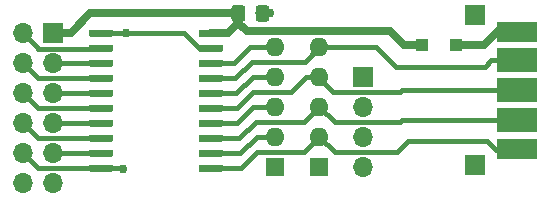
<source format=gtl>
G04 #@! TF.GenerationSoftware,KiCad,Pcbnew,(5.1.4)-1*
G04 #@! TF.CreationDate,2020-04-10T17:05:04+01:00*
G04 #@! TF.ProjectId,buffer,62756666-6572-42e6-9b69-6361645f7063,rev?*
G04 #@! TF.SameCoordinates,Original*
G04 #@! TF.FileFunction,Copper,L1,Top*
G04 #@! TF.FilePolarity,Positive*
%FSLAX46Y46*%
G04 Gerber Fmt 4.6, Leading zero omitted, Abs format (unit mm)*
G04 Created by KiCad (PCBNEW (5.1.4)-1) date 2020-04-10 17:05:04*
%MOMM*%
%LPD*%
G04 APERTURE LIST*
%ADD10R,3.500000X1.750000*%
%ADD11R,3.500000X2.000000*%
%ADD12R,1.600000X1.600000*%
%ADD13O,1.600000X1.600000*%
%ADD14O,1.700000X1.700000*%
%ADD15R,1.700000X1.700000*%
%ADD16C,0.100000*%
%ADD17C,0.600000*%
%ADD18C,1.150000*%
%ADD19R,1.100000X1.100000*%
%ADD20C,0.762000*%
%ADD21C,0.381000*%
%ADD22C,0.635000*%
G04 APERTURE END LIST*
D10*
X79601880Y-34244820D03*
D11*
X79601880Y-36659820D03*
X79601880Y-39199820D03*
X79601880Y-41739820D03*
D10*
X79601880Y-44154820D03*
D12*
X59102000Y-45700960D03*
D13*
X59102000Y-43160960D03*
X59102000Y-40620960D03*
X59102000Y-38080960D03*
X59102000Y-35540960D03*
D14*
X66617400Y-45730160D03*
X66617400Y-43190160D03*
X66617400Y-40650160D03*
D15*
X66617400Y-38110160D03*
X76033180Y-45504100D03*
X40353800Y-34376360D03*
D14*
X37813800Y-34376360D03*
X40353800Y-36916360D03*
X37813800Y-36916360D03*
X40353800Y-39456360D03*
X37813800Y-39456360D03*
X40353800Y-41996360D03*
X37813800Y-41996360D03*
X40353800Y-44536360D03*
X37813800Y-44536360D03*
X40353800Y-47076360D03*
X37813800Y-47076360D03*
D15*
X76040800Y-32801560D03*
D16*
G36*
X45291703Y-34086682D02*
G01*
X45306264Y-34088842D01*
X45320543Y-34092419D01*
X45334403Y-34097378D01*
X45347710Y-34103672D01*
X45360336Y-34111240D01*
X45372159Y-34120008D01*
X45383066Y-34129894D01*
X45392952Y-34140801D01*
X45401720Y-34152624D01*
X45409288Y-34165250D01*
X45415582Y-34178557D01*
X45420541Y-34192417D01*
X45424118Y-34206696D01*
X45426278Y-34221257D01*
X45427000Y-34235960D01*
X45427000Y-34535960D01*
X45426278Y-34550663D01*
X45424118Y-34565224D01*
X45420541Y-34579503D01*
X45415582Y-34593363D01*
X45409288Y-34606670D01*
X45401720Y-34619296D01*
X45392952Y-34631119D01*
X45383066Y-34642026D01*
X45372159Y-34651912D01*
X45360336Y-34660680D01*
X45347710Y-34668248D01*
X45334403Y-34674542D01*
X45320543Y-34679501D01*
X45306264Y-34683078D01*
X45291703Y-34685238D01*
X45277000Y-34685960D01*
X43527000Y-34685960D01*
X43512297Y-34685238D01*
X43497736Y-34683078D01*
X43483457Y-34679501D01*
X43469597Y-34674542D01*
X43456290Y-34668248D01*
X43443664Y-34660680D01*
X43431841Y-34651912D01*
X43420934Y-34642026D01*
X43411048Y-34631119D01*
X43402280Y-34619296D01*
X43394712Y-34606670D01*
X43388418Y-34593363D01*
X43383459Y-34579503D01*
X43379882Y-34565224D01*
X43377722Y-34550663D01*
X43377000Y-34535960D01*
X43377000Y-34235960D01*
X43377722Y-34221257D01*
X43379882Y-34206696D01*
X43383459Y-34192417D01*
X43388418Y-34178557D01*
X43394712Y-34165250D01*
X43402280Y-34152624D01*
X43411048Y-34140801D01*
X43420934Y-34129894D01*
X43431841Y-34120008D01*
X43443664Y-34111240D01*
X43456290Y-34103672D01*
X43469597Y-34097378D01*
X43483457Y-34092419D01*
X43497736Y-34088842D01*
X43512297Y-34086682D01*
X43527000Y-34085960D01*
X45277000Y-34085960D01*
X45291703Y-34086682D01*
X45291703Y-34086682D01*
G37*
D17*
X44402000Y-34385960D03*
D16*
G36*
X45291703Y-35356682D02*
G01*
X45306264Y-35358842D01*
X45320543Y-35362419D01*
X45334403Y-35367378D01*
X45347710Y-35373672D01*
X45360336Y-35381240D01*
X45372159Y-35390008D01*
X45383066Y-35399894D01*
X45392952Y-35410801D01*
X45401720Y-35422624D01*
X45409288Y-35435250D01*
X45415582Y-35448557D01*
X45420541Y-35462417D01*
X45424118Y-35476696D01*
X45426278Y-35491257D01*
X45427000Y-35505960D01*
X45427000Y-35805960D01*
X45426278Y-35820663D01*
X45424118Y-35835224D01*
X45420541Y-35849503D01*
X45415582Y-35863363D01*
X45409288Y-35876670D01*
X45401720Y-35889296D01*
X45392952Y-35901119D01*
X45383066Y-35912026D01*
X45372159Y-35921912D01*
X45360336Y-35930680D01*
X45347710Y-35938248D01*
X45334403Y-35944542D01*
X45320543Y-35949501D01*
X45306264Y-35953078D01*
X45291703Y-35955238D01*
X45277000Y-35955960D01*
X43527000Y-35955960D01*
X43512297Y-35955238D01*
X43497736Y-35953078D01*
X43483457Y-35949501D01*
X43469597Y-35944542D01*
X43456290Y-35938248D01*
X43443664Y-35930680D01*
X43431841Y-35921912D01*
X43420934Y-35912026D01*
X43411048Y-35901119D01*
X43402280Y-35889296D01*
X43394712Y-35876670D01*
X43388418Y-35863363D01*
X43383459Y-35849503D01*
X43379882Y-35835224D01*
X43377722Y-35820663D01*
X43377000Y-35805960D01*
X43377000Y-35505960D01*
X43377722Y-35491257D01*
X43379882Y-35476696D01*
X43383459Y-35462417D01*
X43388418Y-35448557D01*
X43394712Y-35435250D01*
X43402280Y-35422624D01*
X43411048Y-35410801D01*
X43420934Y-35399894D01*
X43431841Y-35390008D01*
X43443664Y-35381240D01*
X43456290Y-35373672D01*
X43469597Y-35367378D01*
X43483457Y-35362419D01*
X43497736Y-35358842D01*
X43512297Y-35356682D01*
X43527000Y-35355960D01*
X45277000Y-35355960D01*
X45291703Y-35356682D01*
X45291703Y-35356682D01*
G37*
D17*
X44402000Y-35655960D03*
D16*
G36*
X45291703Y-36626682D02*
G01*
X45306264Y-36628842D01*
X45320543Y-36632419D01*
X45334403Y-36637378D01*
X45347710Y-36643672D01*
X45360336Y-36651240D01*
X45372159Y-36660008D01*
X45383066Y-36669894D01*
X45392952Y-36680801D01*
X45401720Y-36692624D01*
X45409288Y-36705250D01*
X45415582Y-36718557D01*
X45420541Y-36732417D01*
X45424118Y-36746696D01*
X45426278Y-36761257D01*
X45427000Y-36775960D01*
X45427000Y-37075960D01*
X45426278Y-37090663D01*
X45424118Y-37105224D01*
X45420541Y-37119503D01*
X45415582Y-37133363D01*
X45409288Y-37146670D01*
X45401720Y-37159296D01*
X45392952Y-37171119D01*
X45383066Y-37182026D01*
X45372159Y-37191912D01*
X45360336Y-37200680D01*
X45347710Y-37208248D01*
X45334403Y-37214542D01*
X45320543Y-37219501D01*
X45306264Y-37223078D01*
X45291703Y-37225238D01*
X45277000Y-37225960D01*
X43527000Y-37225960D01*
X43512297Y-37225238D01*
X43497736Y-37223078D01*
X43483457Y-37219501D01*
X43469597Y-37214542D01*
X43456290Y-37208248D01*
X43443664Y-37200680D01*
X43431841Y-37191912D01*
X43420934Y-37182026D01*
X43411048Y-37171119D01*
X43402280Y-37159296D01*
X43394712Y-37146670D01*
X43388418Y-37133363D01*
X43383459Y-37119503D01*
X43379882Y-37105224D01*
X43377722Y-37090663D01*
X43377000Y-37075960D01*
X43377000Y-36775960D01*
X43377722Y-36761257D01*
X43379882Y-36746696D01*
X43383459Y-36732417D01*
X43388418Y-36718557D01*
X43394712Y-36705250D01*
X43402280Y-36692624D01*
X43411048Y-36680801D01*
X43420934Y-36669894D01*
X43431841Y-36660008D01*
X43443664Y-36651240D01*
X43456290Y-36643672D01*
X43469597Y-36637378D01*
X43483457Y-36632419D01*
X43497736Y-36628842D01*
X43512297Y-36626682D01*
X43527000Y-36625960D01*
X45277000Y-36625960D01*
X45291703Y-36626682D01*
X45291703Y-36626682D01*
G37*
D17*
X44402000Y-36925960D03*
D16*
G36*
X45291703Y-37896682D02*
G01*
X45306264Y-37898842D01*
X45320543Y-37902419D01*
X45334403Y-37907378D01*
X45347710Y-37913672D01*
X45360336Y-37921240D01*
X45372159Y-37930008D01*
X45383066Y-37939894D01*
X45392952Y-37950801D01*
X45401720Y-37962624D01*
X45409288Y-37975250D01*
X45415582Y-37988557D01*
X45420541Y-38002417D01*
X45424118Y-38016696D01*
X45426278Y-38031257D01*
X45427000Y-38045960D01*
X45427000Y-38345960D01*
X45426278Y-38360663D01*
X45424118Y-38375224D01*
X45420541Y-38389503D01*
X45415582Y-38403363D01*
X45409288Y-38416670D01*
X45401720Y-38429296D01*
X45392952Y-38441119D01*
X45383066Y-38452026D01*
X45372159Y-38461912D01*
X45360336Y-38470680D01*
X45347710Y-38478248D01*
X45334403Y-38484542D01*
X45320543Y-38489501D01*
X45306264Y-38493078D01*
X45291703Y-38495238D01*
X45277000Y-38495960D01*
X43527000Y-38495960D01*
X43512297Y-38495238D01*
X43497736Y-38493078D01*
X43483457Y-38489501D01*
X43469597Y-38484542D01*
X43456290Y-38478248D01*
X43443664Y-38470680D01*
X43431841Y-38461912D01*
X43420934Y-38452026D01*
X43411048Y-38441119D01*
X43402280Y-38429296D01*
X43394712Y-38416670D01*
X43388418Y-38403363D01*
X43383459Y-38389503D01*
X43379882Y-38375224D01*
X43377722Y-38360663D01*
X43377000Y-38345960D01*
X43377000Y-38045960D01*
X43377722Y-38031257D01*
X43379882Y-38016696D01*
X43383459Y-38002417D01*
X43388418Y-37988557D01*
X43394712Y-37975250D01*
X43402280Y-37962624D01*
X43411048Y-37950801D01*
X43420934Y-37939894D01*
X43431841Y-37930008D01*
X43443664Y-37921240D01*
X43456290Y-37913672D01*
X43469597Y-37907378D01*
X43483457Y-37902419D01*
X43497736Y-37898842D01*
X43512297Y-37896682D01*
X43527000Y-37895960D01*
X45277000Y-37895960D01*
X45291703Y-37896682D01*
X45291703Y-37896682D01*
G37*
D17*
X44402000Y-38195960D03*
D16*
G36*
X45291703Y-39166682D02*
G01*
X45306264Y-39168842D01*
X45320543Y-39172419D01*
X45334403Y-39177378D01*
X45347710Y-39183672D01*
X45360336Y-39191240D01*
X45372159Y-39200008D01*
X45383066Y-39209894D01*
X45392952Y-39220801D01*
X45401720Y-39232624D01*
X45409288Y-39245250D01*
X45415582Y-39258557D01*
X45420541Y-39272417D01*
X45424118Y-39286696D01*
X45426278Y-39301257D01*
X45427000Y-39315960D01*
X45427000Y-39615960D01*
X45426278Y-39630663D01*
X45424118Y-39645224D01*
X45420541Y-39659503D01*
X45415582Y-39673363D01*
X45409288Y-39686670D01*
X45401720Y-39699296D01*
X45392952Y-39711119D01*
X45383066Y-39722026D01*
X45372159Y-39731912D01*
X45360336Y-39740680D01*
X45347710Y-39748248D01*
X45334403Y-39754542D01*
X45320543Y-39759501D01*
X45306264Y-39763078D01*
X45291703Y-39765238D01*
X45277000Y-39765960D01*
X43527000Y-39765960D01*
X43512297Y-39765238D01*
X43497736Y-39763078D01*
X43483457Y-39759501D01*
X43469597Y-39754542D01*
X43456290Y-39748248D01*
X43443664Y-39740680D01*
X43431841Y-39731912D01*
X43420934Y-39722026D01*
X43411048Y-39711119D01*
X43402280Y-39699296D01*
X43394712Y-39686670D01*
X43388418Y-39673363D01*
X43383459Y-39659503D01*
X43379882Y-39645224D01*
X43377722Y-39630663D01*
X43377000Y-39615960D01*
X43377000Y-39315960D01*
X43377722Y-39301257D01*
X43379882Y-39286696D01*
X43383459Y-39272417D01*
X43388418Y-39258557D01*
X43394712Y-39245250D01*
X43402280Y-39232624D01*
X43411048Y-39220801D01*
X43420934Y-39209894D01*
X43431841Y-39200008D01*
X43443664Y-39191240D01*
X43456290Y-39183672D01*
X43469597Y-39177378D01*
X43483457Y-39172419D01*
X43497736Y-39168842D01*
X43512297Y-39166682D01*
X43527000Y-39165960D01*
X45277000Y-39165960D01*
X45291703Y-39166682D01*
X45291703Y-39166682D01*
G37*
D17*
X44402000Y-39465960D03*
D16*
G36*
X45291703Y-40436682D02*
G01*
X45306264Y-40438842D01*
X45320543Y-40442419D01*
X45334403Y-40447378D01*
X45347710Y-40453672D01*
X45360336Y-40461240D01*
X45372159Y-40470008D01*
X45383066Y-40479894D01*
X45392952Y-40490801D01*
X45401720Y-40502624D01*
X45409288Y-40515250D01*
X45415582Y-40528557D01*
X45420541Y-40542417D01*
X45424118Y-40556696D01*
X45426278Y-40571257D01*
X45427000Y-40585960D01*
X45427000Y-40885960D01*
X45426278Y-40900663D01*
X45424118Y-40915224D01*
X45420541Y-40929503D01*
X45415582Y-40943363D01*
X45409288Y-40956670D01*
X45401720Y-40969296D01*
X45392952Y-40981119D01*
X45383066Y-40992026D01*
X45372159Y-41001912D01*
X45360336Y-41010680D01*
X45347710Y-41018248D01*
X45334403Y-41024542D01*
X45320543Y-41029501D01*
X45306264Y-41033078D01*
X45291703Y-41035238D01*
X45277000Y-41035960D01*
X43527000Y-41035960D01*
X43512297Y-41035238D01*
X43497736Y-41033078D01*
X43483457Y-41029501D01*
X43469597Y-41024542D01*
X43456290Y-41018248D01*
X43443664Y-41010680D01*
X43431841Y-41001912D01*
X43420934Y-40992026D01*
X43411048Y-40981119D01*
X43402280Y-40969296D01*
X43394712Y-40956670D01*
X43388418Y-40943363D01*
X43383459Y-40929503D01*
X43379882Y-40915224D01*
X43377722Y-40900663D01*
X43377000Y-40885960D01*
X43377000Y-40585960D01*
X43377722Y-40571257D01*
X43379882Y-40556696D01*
X43383459Y-40542417D01*
X43388418Y-40528557D01*
X43394712Y-40515250D01*
X43402280Y-40502624D01*
X43411048Y-40490801D01*
X43420934Y-40479894D01*
X43431841Y-40470008D01*
X43443664Y-40461240D01*
X43456290Y-40453672D01*
X43469597Y-40447378D01*
X43483457Y-40442419D01*
X43497736Y-40438842D01*
X43512297Y-40436682D01*
X43527000Y-40435960D01*
X45277000Y-40435960D01*
X45291703Y-40436682D01*
X45291703Y-40436682D01*
G37*
D17*
X44402000Y-40735960D03*
D16*
G36*
X45291703Y-41706682D02*
G01*
X45306264Y-41708842D01*
X45320543Y-41712419D01*
X45334403Y-41717378D01*
X45347710Y-41723672D01*
X45360336Y-41731240D01*
X45372159Y-41740008D01*
X45383066Y-41749894D01*
X45392952Y-41760801D01*
X45401720Y-41772624D01*
X45409288Y-41785250D01*
X45415582Y-41798557D01*
X45420541Y-41812417D01*
X45424118Y-41826696D01*
X45426278Y-41841257D01*
X45427000Y-41855960D01*
X45427000Y-42155960D01*
X45426278Y-42170663D01*
X45424118Y-42185224D01*
X45420541Y-42199503D01*
X45415582Y-42213363D01*
X45409288Y-42226670D01*
X45401720Y-42239296D01*
X45392952Y-42251119D01*
X45383066Y-42262026D01*
X45372159Y-42271912D01*
X45360336Y-42280680D01*
X45347710Y-42288248D01*
X45334403Y-42294542D01*
X45320543Y-42299501D01*
X45306264Y-42303078D01*
X45291703Y-42305238D01*
X45277000Y-42305960D01*
X43527000Y-42305960D01*
X43512297Y-42305238D01*
X43497736Y-42303078D01*
X43483457Y-42299501D01*
X43469597Y-42294542D01*
X43456290Y-42288248D01*
X43443664Y-42280680D01*
X43431841Y-42271912D01*
X43420934Y-42262026D01*
X43411048Y-42251119D01*
X43402280Y-42239296D01*
X43394712Y-42226670D01*
X43388418Y-42213363D01*
X43383459Y-42199503D01*
X43379882Y-42185224D01*
X43377722Y-42170663D01*
X43377000Y-42155960D01*
X43377000Y-41855960D01*
X43377722Y-41841257D01*
X43379882Y-41826696D01*
X43383459Y-41812417D01*
X43388418Y-41798557D01*
X43394712Y-41785250D01*
X43402280Y-41772624D01*
X43411048Y-41760801D01*
X43420934Y-41749894D01*
X43431841Y-41740008D01*
X43443664Y-41731240D01*
X43456290Y-41723672D01*
X43469597Y-41717378D01*
X43483457Y-41712419D01*
X43497736Y-41708842D01*
X43512297Y-41706682D01*
X43527000Y-41705960D01*
X45277000Y-41705960D01*
X45291703Y-41706682D01*
X45291703Y-41706682D01*
G37*
D17*
X44402000Y-42005960D03*
D16*
G36*
X45291703Y-42976682D02*
G01*
X45306264Y-42978842D01*
X45320543Y-42982419D01*
X45334403Y-42987378D01*
X45347710Y-42993672D01*
X45360336Y-43001240D01*
X45372159Y-43010008D01*
X45383066Y-43019894D01*
X45392952Y-43030801D01*
X45401720Y-43042624D01*
X45409288Y-43055250D01*
X45415582Y-43068557D01*
X45420541Y-43082417D01*
X45424118Y-43096696D01*
X45426278Y-43111257D01*
X45427000Y-43125960D01*
X45427000Y-43425960D01*
X45426278Y-43440663D01*
X45424118Y-43455224D01*
X45420541Y-43469503D01*
X45415582Y-43483363D01*
X45409288Y-43496670D01*
X45401720Y-43509296D01*
X45392952Y-43521119D01*
X45383066Y-43532026D01*
X45372159Y-43541912D01*
X45360336Y-43550680D01*
X45347710Y-43558248D01*
X45334403Y-43564542D01*
X45320543Y-43569501D01*
X45306264Y-43573078D01*
X45291703Y-43575238D01*
X45277000Y-43575960D01*
X43527000Y-43575960D01*
X43512297Y-43575238D01*
X43497736Y-43573078D01*
X43483457Y-43569501D01*
X43469597Y-43564542D01*
X43456290Y-43558248D01*
X43443664Y-43550680D01*
X43431841Y-43541912D01*
X43420934Y-43532026D01*
X43411048Y-43521119D01*
X43402280Y-43509296D01*
X43394712Y-43496670D01*
X43388418Y-43483363D01*
X43383459Y-43469503D01*
X43379882Y-43455224D01*
X43377722Y-43440663D01*
X43377000Y-43425960D01*
X43377000Y-43125960D01*
X43377722Y-43111257D01*
X43379882Y-43096696D01*
X43383459Y-43082417D01*
X43388418Y-43068557D01*
X43394712Y-43055250D01*
X43402280Y-43042624D01*
X43411048Y-43030801D01*
X43420934Y-43019894D01*
X43431841Y-43010008D01*
X43443664Y-43001240D01*
X43456290Y-42993672D01*
X43469597Y-42987378D01*
X43483457Y-42982419D01*
X43497736Y-42978842D01*
X43512297Y-42976682D01*
X43527000Y-42975960D01*
X45277000Y-42975960D01*
X45291703Y-42976682D01*
X45291703Y-42976682D01*
G37*
D17*
X44402000Y-43275960D03*
D16*
G36*
X45291703Y-44246682D02*
G01*
X45306264Y-44248842D01*
X45320543Y-44252419D01*
X45334403Y-44257378D01*
X45347710Y-44263672D01*
X45360336Y-44271240D01*
X45372159Y-44280008D01*
X45383066Y-44289894D01*
X45392952Y-44300801D01*
X45401720Y-44312624D01*
X45409288Y-44325250D01*
X45415582Y-44338557D01*
X45420541Y-44352417D01*
X45424118Y-44366696D01*
X45426278Y-44381257D01*
X45427000Y-44395960D01*
X45427000Y-44695960D01*
X45426278Y-44710663D01*
X45424118Y-44725224D01*
X45420541Y-44739503D01*
X45415582Y-44753363D01*
X45409288Y-44766670D01*
X45401720Y-44779296D01*
X45392952Y-44791119D01*
X45383066Y-44802026D01*
X45372159Y-44811912D01*
X45360336Y-44820680D01*
X45347710Y-44828248D01*
X45334403Y-44834542D01*
X45320543Y-44839501D01*
X45306264Y-44843078D01*
X45291703Y-44845238D01*
X45277000Y-44845960D01*
X43527000Y-44845960D01*
X43512297Y-44845238D01*
X43497736Y-44843078D01*
X43483457Y-44839501D01*
X43469597Y-44834542D01*
X43456290Y-44828248D01*
X43443664Y-44820680D01*
X43431841Y-44811912D01*
X43420934Y-44802026D01*
X43411048Y-44791119D01*
X43402280Y-44779296D01*
X43394712Y-44766670D01*
X43388418Y-44753363D01*
X43383459Y-44739503D01*
X43379882Y-44725224D01*
X43377722Y-44710663D01*
X43377000Y-44695960D01*
X43377000Y-44395960D01*
X43377722Y-44381257D01*
X43379882Y-44366696D01*
X43383459Y-44352417D01*
X43388418Y-44338557D01*
X43394712Y-44325250D01*
X43402280Y-44312624D01*
X43411048Y-44300801D01*
X43420934Y-44289894D01*
X43431841Y-44280008D01*
X43443664Y-44271240D01*
X43456290Y-44263672D01*
X43469597Y-44257378D01*
X43483457Y-44252419D01*
X43497736Y-44248842D01*
X43512297Y-44246682D01*
X43527000Y-44245960D01*
X45277000Y-44245960D01*
X45291703Y-44246682D01*
X45291703Y-44246682D01*
G37*
D17*
X44402000Y-44545960D03*
D16*
G36*
X45291703Y-45516682D02*
G01*
X45306264Y-45518842D01*
X45320543Y-45522419D01*
X45334403Y-45527378D01*
X45347710Y-45533672D01*
X45360336Y-45541240D01*
X45372159Y-45550008D01*
X45383066Y-45559894D01*
X45392952Y-45570801D01*
X45401720Y-45582624D01*
X45409288Y-45595250D01*
X45415582Y-45608557D01*
X45420541Y-45622417D01*
X45424118Y-45636696D01*
X45426278Y-45651257D01*
X45427000Y-45665960D01*
X45427000Y-45965960D01*
X45426278Y-45980663D01*
X45424118Y-45995224D01*
X45420541Y-46009503D01*
X45415582Y-46023363D01*
X45409288Y-46036670D01*
X45401720Y-46049296D01*
X45392952Y-46061119D01*
X45383066Y-46072026D01*
X45372159Y-46081912D01*
X45360336Y-46090680D01*
X45347710Y-46098248D01*
X45334403Y-46104542D01*
X45320543Y-46109501D01*
X45306264Y-46113078D01*
X45291703Y-46115238D01*
X45277000Y-46115960D01*
X43527000Y-46115960D01*
X43512297Y-46115238D01*
X43497736Y-46113078D01*
X43483457Y-46109501D01*
X43469597Y-46104542D01*
X43456290Y-46098248D01*
X43443664Y-46090680D01*
X43431841Y-46081912D01*
X43420934Y-46072026D01*
X43411048Y-46061119D01*
X43402280Y-46049296D01*
X43394712Y-46036670D01*
X43388418Y-46023363D01*
X43383459Y-46009503D01*
X43379882Y-45995224D01*
X43377722Y-45980663D01*
X43377000Y-45965960D01*
X43377000Y-45665960D01*
X43377722Y-45651257D01*
X43379882Y-45636696D01*
X43383459Y-45622417D01*
X43388418Y-45608557D01*
X43394712Y-45595250D01*
X43402280Y-45582624D01*
X43411048Y-45570801D01*
X43420934Y-45559894D01*
X43431841Y-45550008D01*
X43443664Y-45541240D01*
X43456290Y-45533672D01*
X43469597Y-45527378D01*
X43483457Y-45522419D01*
X43497736Y-45518842D01*
X43512297Y-45516682D01*
X43527000Y-45515960D01*
X45277000Y-45515960D01*
X45291703Y-45516682D01*
X45291703Y-45516682D01*
G37*
D17*
X44402000Y-45815960D03*
D16*
G36*
X54591703Y-45516682D02*
G01*
X54606264Y-45518842D01*
X54620543Y-45522419D01*
X54634403Y-45527378D01*
X54647710Y-45533672D01*
X54660336Y-45541240D01*
X54672159Y-45550008D01*
X54683066Y-45559894D01*
X54692952Y-45570801D01*
X54701720Y-45582624D01*
X54709288Y-45595250D01*
X54715582Y-45608557D01*
X54720541Y-45622417D01*
X54724118Y-45636696D01*
X54726278Y-45651257D01*
X54727000Y-45665960D01*
X54727000Y-45965960D01*
X54726278Y-45980663D01*
X54724118Y-45995224D01*
X54720541Y-46009503D01*
X54715582Y-46023363D01*
X54709288Y-46036670D01*
X54701720Y-46049296D01*
X54692952Y-46061119D01*
X54683066Y-46072026D01*
X54672159Y-46081912D01*
X54660336Y-46090680D01*
X54647710Y-46098248D01*
X54634403Y-46104542D01*
X54620543Y-46109501D01*
X54606264Y-46113078D01*
X54591703Y-46115238D01*
X54577000Y-46115960D01*
X52827000Y-46115960D01*
X52812297Y-46115238D01*
X52797736Y-46113078D01*
X52783457Y-46109501D01*
X52769597Y-46104542D01*
X52756290Y-46098248D01*
X52743664Y-46090680D01*
X52731841Y-46081912D01*
X52720934Y-46072026D01*
X52711048Y-46061119D01*
X52702280Y-46049296D01*
X52694712Y-46036670D01*
X52688418Y-46023363D01*
X52683459Y-46009503D01*
X52679882Y-45995224D01*
X52677722Y-45980663D01*
X52677000Y-45965960D01*
X52677000Y-45665960D01*
X52677722Y-45651257D01*
X52679882Y-45636696D01*
X52683459Y-45622417D01*
X52688418Y-45608557D01*
X52694712Y-45595250D01*
X52702280Y-45582624D01*
X52711048Y-45570801D01*
X52720934Y-45559894D01*
X52731841Y-45550008D01*
X52743664Y-45541240D01*
X52756290Y-45533672D01*
X52769597Y-45527378D01*
X52783457Y-45522419D01*
X52797736Y-45518842D01*
X52812297Y-45516682D01*
X52827000Y-45515960D01*
X54577000Y-45515960D01*
X54591703Y-45516682D01*
X54591703Y-45516682D01*
G37*
D17*
X53702000Y-45815960D03*
D16*
G36*
X54591703Y-44246682D02*
G01*
X54606264Y-44248842D01*
X54620543Y-44252419D01*
X54634403Y-44257378D01*
X54647710Y-44263672D01*
X54660336Y-44271240D01*
X54672159Y-44280008D01*
X54683066Y-44289894D01*
X54692952Y-44300801D01*
X54701720Y-44312624D01*
X54709288Y-44325250D01*
X54715582Y-44338557D01*
X54720541Y-44352417D01*
X54724118Y-44366696D01*
X54726278Y-44381257D01*
X54727000Y-44395960D01*
X54727000Y-44695960D01*
X54726278Y-44710663D01*
X54724118Y-44725224D01*
X54720541Y-44739503D01*
X54715582Y-44753363D01*
X54709288Y-44766670D01*
X54701720Y-44779296D01*
X54692952Y-44791119D01*
X54683066Y-44802026D01*
X54672159Y-44811912D01*
X54660336Y-44820680D01*
X54647710Y-44828248D01*
X54634403Y-44834542D01*
X54620543Y-44839501D01*
X54606264Y-44843078D01*
X54591703Y-44845238D01*
X54577000Y-44845960D01*
X52827000Y-44845960D01*
X52812297Y-44845238D01*
X52797736Y-44843078D01*
X52783457Y-44839501D01*
X52769597Y-44834542D01*
X52756290Y-44828248D01*
X52743664Y-44820680D01*
X52731841Y-44811912D01*
X52720934Y-44802026D01*
X52711048Y-44791119D01*
X52702280Y-44779296D01*
X52694712Y-44766670D01*
X52688418Y-44753363D01*
X52683459Y-44739503D01*
X52679882Y-44725224D01*
X52677722Y-44710663D01*
X52677000Y-44695960D01*
X52677000Y-44395960D01*
X52677722Y-44381257D01*
X52679882Y-44366696D01*
X52683459Y-44352417D01*
X52688418Y-44338557D01*
X52694712Y-44325250D01*
X52702280Y-44312624D01*
X52711048Y-44300801D01*
X52720934Y-44289894D01*
X52731841Y-44280008D01*
X52743664Y-44271240D01*
X52756290Y-44263672D01*
X52769597Y-44257378D01*
X52783457Y-44252419D01*
X52797736Y-44248842D01*
X52812297Y-44246682D01*
X52827000Y-44245960D01*
X54577000Y-44245960D01*
X54591703Y-44246682D01*
X54591703Y-44246682D01*
G37*
D17*
X53702000Y-44545960D03*
D16*
G36*
X54591703Y-42976682D02*
G01*
X54606264Y-42978842D01*
X54620543Y-42982419D01*
X54634403Y-42987378D01*
X54647710Y-42993672D01*
X54660336Y-43001240D01*
X54672159Y-43010008D01*
X54683066Y-43019894D01*
X54692952Y-43030801D01*
X54701720Y-43042624D01*
X54709288Y-43055250D01*
X54715582Y-43068557D01*
X54720541Y-43082417D01*
X54724118Y-43096696D01*
X54726278Y-43111257D01*
X54727000Y-43125960D01*
X54727000Y-43425960D01*
X54726278Y-43440663D01*
X54724118Y-43455224D01*
X54720541Y-43469503D01*
X54715582Y-43483363D01*
X54709288Y-43496670D01*
X54701720Y-43509296D01*
X54692952Y-43521119D01*
X54683066Y-43532026D01*
X54672159Y-43541912D01*
X54660336Y-43550680D01*
X54647710Y-43558248D01*
X54634403Y-43564542D01*
X54620543Y-43569501D01*
X54606264Y-43573078D01*
X54591703Y-43575238D01*
X54577000Y-43575960D01*
X52827000Y-43575960D01*
X52812297Y-43575238D01*
X52797736Y-43573078D01*
X52783457Y-43569501D01*
X52769597Y-43564542D01*
X52756290Y-43558248D01*
X52743664Y-43550680D01*
X52731841Y-43541912D01*
X52720934Y-43532026D01*
X52711048Y-43521119D01*
X52702280Y-43509296D01*
X52694712Y-43496670D01*
X52688418Y-43483363D01*
X52683459Y-43469503D01*
X52679882Y-43455224D01*
X52677722Y-43440663D01*
X52677000Y-43425960D01*
X52677000Y-43125960D01*
X52677722Y-43111257D01*
X52679882Y-43096696D01*
X52683459Y-43082417D01*
X52688418Y-43068557D01*
X52694712Y-43055250D01*
X52702280Y-43042624D01*
X52711048Y-43030801D01*
X52720934Y-43019894D01*
X52731841Y-43010008D01*
X52743664Y-43001240D01*
X52756290Y-42993672D01*
X52769597Y-42987378D01*
X52783457Y-42982419D01*
X52797736Y-42978842D01*
X52812297Y-42976682D01*
X52827000Y-42975960D01*
X54577000Y-42975960D01*
X54591703Y-42976682D01*
X54591703Y-42976682D01*
G37*
D17*
X53702000Y-43275960D03*
D16*
G36*
X54591703Y-41706682D02*
G01*
X54606264Y-41708842D01*
X54620543Y-41712419D01*
X54634403Y-41717378D01*
X54647710Y-41723672D01*
X54660336Y-41731240D01*
X54672159Y-41740008D01*
X54683066Y-41749894D01*
X54692952Y-41760801D01*
X54701720Y-41772624D01*
X54709288Y-41785250D01*
X54715582Y-41798557D01*
X54720541Y-41812417D01*
X54724118Y-41826696D01*
X54726278Y-41841257D01*
X54727000Y-41855960D01*
X54727000Y-42155960D01*
X54726278Y-42170663D01*
X54724118Y-42185224D01*
X54720541Y-42199503D01*
X54715582Y-42213363D01*
X54709288Y-42226670D01*
X54701720Y-42239296D01*
X54692952Y-42251119D01*
X54683066Y-42262026D01*
X54672159Y-42271912D01*
X54660336Y-42280680D01*
X54647710Y-42288248D01*
X54634403Y-42294542D01*
X54620543Y-42299501D01*
X54606264Y-42303078D01*
X54591703Y-42305238D01*
X54577000Y-42305960D01*
X52827000Y-42305960D01*
X52812297Y-42305238D01*
X52797736Y-42303078D01*
X52783457Y-42299501D01*
X52769597Y-42294542D01*
X52756290Y-42288248D01*
X52743664Y-42280680D01*
X52731841Y-42271912D01*
X52720934Y-42262026D01*
X52711048Y-42251119D01*
X52702280Y-42239296D01*
X52694712Y-42226670D01*
X52688418Y-42213363D01*
X52683459Y-42199503D01*
X52679882Y-42185224D01*
X52677722Y-42170663D01*
X52677000Y-42155960D01*
X52677000Y-41855960D01*
X52677722Y-41841257D01*
X52679882Y-41826696D01*
X52683459Y-41812417D01*
X52688418Y-41798557D01*
X52694712Y-41785250D01*
X52702280Y-41772624D01*
X52711048Y-41760801D01*
X52720934Y-41749894D01*
X52731841Y-41740008D01*
X52743664Y-41731240D01*
X52756290Y-41723672D01*
X52769597Y-41717378D01*
X52783457Y-41712419D01*
X52797736Y-41708842D01*
X52812297Y-41706682D01*
X52827000Y-41705960D01*
X54577000Y-41705960D01*
X54591703Y-41706682D01*
X54591703Y-41706682D01*
G37*
D17*
X53702000Y-42005960D03*
D16*
G36*
X54591703Y-40436682D02*
G01*
X54606264Y-40438842D01*
X54620543Y-40442419D01*
X54634403Y-40447378D01*
X54647710Y-40453672D01*
X54660336Y-40461240D01*
X54672159Y-40470008D01*
X54683066Y-40479894D01*
X54692952Y-40490801D01*
X54701720Y-40502624D01*
X54709288Y-40515250D01*
X54715582Y-40528557D01*
X54720541Y-40542417D01*
X54724118Y-40556696D01*
X54726278Y-40571257D01*
X54727000Y-40585960D01*
X54727000Y-40885960D01*
X54726278Y-40900663D01*
X54724118Y-40915224D01*
X54720541Y-40929503D01*
X54715582Y-40943363D01*
X54709288Y-40956670D01*
X54701720Y-40969296D01*
X54692952Y-40981119D01*
X54683066Y-40992026D01*
X54672159Y-41001912D01*
X54660336Y-41010680D01*
X54647710Y-41018248D01*
X54634403Y-41024542D01*
X54620543Y-41029501D01*
X54606264Y-41033078D01*
X54591703Y-41035238D01*
X54577000Y-41035960D01*
X52827000Y-41035960D01*
X52812297Y-41035238D01*
X52797736Y-41033078D01*
X52783457Y-41029501D01*
X52769597Y-41024542D01*
X52756290Y-41018248D01*
X52743664Y-41010680D01*
X52731841Y-41001912D01*
X52720934Y-40992026D01*
X52711048Y-40981119D01*
X52702280Y-40969296D01*
X52694712Y-40956670D01*
X52688418Y-40943363D01*
X52683459Y-40929503D01*
X52679882Y-40915224D01*
X52677722Y-40900663D01*
X52677000Y-40885960D01*
X52677000Y-40585960D01*
X52677722Y-40571257D01*
X52679882Y-40556696D01*
X52683459Y-40542417D01*
X52688418Y-40528557D01*
X52694712Y-40515250D01*
X52702280Y-40502624D01*
X52711048Y-40490801D01*
X52720934Y-40479894D01*
X52731841Y-40470008D01*
X52743664Y-40461240D01*
X52756290Y-40453672D01*
X52769597Y-40447378D01*
X52783457Y-40442419D01*
X52797736Y-40438842D01*
X52812297Y-40436682D01*
X52827000Y-40435960D01*
X54577000Y-40435960D01*
X54591703Y-40436682D01*
X54591703Y-40436682D01*
G37*
D17*
X53702000Y-40735960D03*
D16*
G36*
X54591703Y-39166682D02*
G01*
X54606264Y-39168842D01*
X54620543Y-39172419D01*
X54634403Y-39177378D01*
X54647710Y-39183672D01*
X54660336Y-39191240D01*
X54672159Y-39200008D01*
X54683066Y-39209894D01*
X54692952Y-39220801D01*
X54701720Y-39232624D01*
X54709288Y-39245250D01*
X54715582Y-39258557D01*
X54720541Y-39272417D01*
X54724118Y-39286696D01*
X54726278Y-39301257D01*
X54727000Y-39315960D01*
X54727000Y-39615960D01*
X54726278Y-39630663D01*
X54724118Y-39645224D01*
X54720541Y-39659503D01*
X54715582Y-39673363D01*
X54709288Y-39686670D01*
X54701720Y-39699296D01*
X54692952Y-39711119D01*
X54683066Y-39722026D01*
X54672159Y-39731912D01*
X54660336Y-39740680D01*
X54647710Y-39748248D01*
X54634403Y-39754542D01*
X54620543Y-39759501D01*
X54606264Y-39763078D01*
X54591703Y-39765238D01*
X54577000Y-39765960D01*
X52827000Y-39765960D01*
X52812297Y-39765238D01*
X52797736Y-39763078D01*
X52783457Y-39759501D01*
X52769597Y-39754542D01*
X52756290Y-39748248D01*
X52743664Y-39740680D01*
X52731841Y-39731912D01*
X52720934Y-39722026D01*
X52711048Y-39711119D01*
X52702280Y-39699296D01*
X52694712Y-39686670D01*
X52688418Y-39673363D01*
X52683459Y-39659503D01*
X52679882Y-39645224D01*
X52677722Y-39630663D01*
X52677000Y-39615960D01*
X52677000Y-39315960D01*
X52677722Y-39301257D01*
X52679882Y-39286696D01*
X52683459Y-39272417D01*
X52688418Y-39258557D01*
X52694712Y-39245250D01*
X52702280Y-39232624D01*
X52711048Y-39220801D01*
X52720934Y-39209894D01*
X52731841Y-39200008D01*
X52743664Y-39191240D01*
X52756290Y-39183672D01*
X52769597Y-39177378D01*
X52783457Y-39172419D01*
X52797736Y-39168842D01*
X52812297Y-39166682D01*
X52827000Y-39165960D01*
X54577000Y-39165960D01*
X54591703Y-39166682D01*
X54591703Y-39166682D01*
G37*
D17*
X53702000Y-39465960D03*
D16*
G36*
X54591703Y-37896682D02*
G01*
X54606264Y-37898842D01*
X54620543Y-37902419D01*
X54634403Y-37907378D01*
X54647710Y-37913672D01*
X54660336Y-37921240D01*
X54672159Y-37930008D01*
X54683066Y-37939894D01*
X54692952Y-37950801D01*
X54701720Y-37962624D01*
X54709288Y-37975250D01*
X54715582Y-37988557D01*
X54720541Y-38002417D01*
X54724118Y-38016696D01*
X54726278Y-38031257D01*
X54727000Y-38045960D01*
X54727000Y-38345960D01*
X54726278Y-38360663D01*
X54724118Y-38375224D01*
X54720541Y-38389503D01*
X54715582Y-38403363D01*
X54709288Y-38416670D01*
X54701720Y-38429296D01*
X54692952Y-38441119D01*
X54683066Y-38452026D01*
X54672159Y-38461912D01*
X54660336Y-38470680D01*
X54647710Y-38478248D01*
X54634403Y-38484542D01*
X54620543Y-38489501D01*
X54606264Y-38493078D01*
X54591703Y-38495238D01*
X54577000Y-38495960D01*
X52827000Y-38495960D01*
X52812297Y-38495238D01*
X52797736Y-38493078D01*
X52783457Y-38489501D01*
X52769597Y-38484542D01*
X52756290Y-38478248D01*
X52743664Y-38470680D01*
X52731841Y-38461912D01*
X52720934Y-38452026D01*
X52711048Y-38441119D01*
X52702280Y-38429296D01*
X52694712Y-38416670D01*
X52688418Y-38403363D01*
X52683459Y-38389503D01*
X52679882Y-38375224D01*
X52677722Y-38360663D01*
X52677000Y-38345960D01*
X52677000Y-38045960D01*
X52677722Y-38031257D01*
X52679882Y-38016696D01*
X52683459Y-38002417D01*
X52688418Y-37988557D01*
X52694712Y-37975250D01*
X52702280Y-37962624D01*
X52711048Y-37950801D01*
X52720934Y-37939894D01*
X52731841Y-37930008D01*
X52743664Y-37921240D01*
X52756290Y-37913672D01*
X52769597Y-37907378D01*
X52783457Y-37902419D01*
X52797736Y-37898842D01*
X52812297Y-37896682D01*
X52827000Y-37895960D01*
X54577000Y-37895960D01*
X54591703Y-37896682D01*
X54591703Y-37896682D01*
G37*
D17*
X53702000Y-38195960D03*
D16*
G36*
X54591703Y-36626682D02*
G01*
X54606264Y-36628842D01*
X54620543Y-36632419D01*
X54634403Y-36637378D01*
X54647710Y-36643672D01*
X54660336Y-36651240D01*
X54672159Y-36660008D01*
X54683066Y-36669894D01*
X54692952Y-36680801D01*
X54701720Y-36692624D01*
X54709288Y-36705250D01*
X54715582Y-36718557D01*
X54720541Y-36732417D01*
X54724118Y-36746696D01*
X54726278Y-36761257D01*
X54727000Y-36775960D01*
X54727000Y-37075960D01*
X54726278Y-37090663D01*
X54724118Y-37105224D01*
X54720541Y-37119503D01*
X54715582Y-37133363D01*
X54709288Y-37146670D01*
X54701720Y-37159296D01*
X54692952Y-37171119D01*
X54683066Y-37182026D01*
X54672159Y-37191912D01*
X54660336Y-37200680D01*
X54647710Y-37208248D01*
X54634403Y-37214542D01*
X54620543Y-37219501D01*
X54606264Y-37223078D01*
X54591703Y-37225238D01*
X54577000Y-37225960D01*
X52827000Y-37225960D01*
X52812297Y-37225238D01*
X52797736Y-37223078D01*
X52783457Y-37219501D01*
X52769597Y-37214542D01*
X52756290Y-37208248D01*
X52743664Y-37200680D01*
X52731841Y-37191912D01*
X52720934Y-37182026D01*
X52711048Y-37171119D01*
X52702280Y-37159296D01*
X52694712Y-37146670D01*
X52688418Y-37133363D01*
X52683459Y-37119503D01*
X52679882Y-37105224D01*
X52677722Y-37090663D01*
X52677000Y-37075960D01*
X52677000Y-36775960D01*
X52677722Y-36761257D01*
X52679882Y-36746696D01*
X52683459Y-36732417D01*
X52688418Y-36718557D01*
X52694712Y-36705250D01*
X52702280Y-36692624D01*
X52711048Y-36680801D01*
X52720934Y-36669894D01*
X52731841Y-36660008D01*
X52743664Y-36651240D01*
X52756290Y-36643672D01*
X52769597Y-36637378D01*
X52783457Y-36632419D01*
X52797736Y-36628842D01*
X52812297Y-36626682D01*
X52827000Y-36625960D01*
X54577000Y-36625960D01*
X54591703Y-36626682D01*
X54591703Y-36626682D01*
G37*
D17*
X53702000Y-36925960D03*
D16*
G36*
X54591703Y-35356682D02*
G01*
X54606264Y-35358842D01*
X54620543Y-35362419D01*
X54634403Y-35367378D01*
X54647710Y-35373672D01*
X54660336Y-35381240D01*
X54672159Y-35390008D01*
X54683066Y-35399894D01*
X54692952Y-35410801D01*
X54701720Y-35422624D01*
X54709288Y-35435250D01*
X54715582Y-35448557D01*
X54720541Y-35462417D01*
X54724118Y-35476696D01*
X54726278Y-35491257D01*
X54727000Y-35505960D01*
X54727000Y-35805960D01*
X54726278Y-35820663D01*
X54724118Y-35835224D01*
X54720541Y-35849503D01*
X54715582Y-35863363D01*
X54709288Y-35876670D01*
X54701720Y-35889296D01*
X54692952Y-35901119D01*
X54683066Y-35912026D01*
X54672159Y-35921912D01*
X54660336Y-35930680D01*
X54647710Y-35938248D01*
X54634403Y-35944542D01*
X54620543Y-35949501D01*
X54606264Y-35953078D01*
X54591703Y-35955238D01*
X54577000Y-35955960D01*
X52827000Y-35955960D01*
X52812297Y-35955238D01*
X52797736Y-35953078D01*
X52783457Y-35949501D01*
X52769597Y-35944542D01*
X52756290Y-35938248D01*
X52743664Y-35930680D01*
X52731841Y-35921912D01*
X52720934Y-35912026D01*
X52711048Y-35901119D01*
X52702280Y-35889296D01*
X52694712Y-35876670D01*
X52688418Y-35863363D01*
X52683459Y-35849503D01*
X52679882Y-35835224D01*
X52677722Y-35820663D01*
X52677000Y-35805960D01*
X52677000Y-35505960D01*
X52677722Y-35491257D01*
X52679882Y-35476696D01*
X52683459Y-35462417D01*
X52688418Y-35448557D01*
X52694712Y-35435250D01*
X52702280Y-35422624D01*
X52711048Y-35410801D01*
X52720934Y-35399894D01*
X52731841Y-35390008D01*
X52743664Y-35381240D01*
X52756290Y-35373672D01*
X52769597Y-35367378D01*
X52783457Y-35362419D01*
X52797736Y-35358842D01*
X52812297Y-35356682D01*
X52827000Y-35355960D01*
X54577000Y-35355960D01*
X54591703Y-35356682D01*
X54591703Y-35356682D01*
G37*
D17*
X53702000Y-35655960D03*
D16*
G36*
X54591703Y-34086682D02*
G01*
X54606264Y-34088842D01*
X54620543Y-34092419D01*
X54634403Y-34097378D01*
X54647710Y-34103672D01*
X54660336Y-34111240D01*
X54672159Y-34120008D01*
X54683066Y-34129894D01*
X54692952Y-34140801D01*
X54701720Y-34152624D01*
X54709288Y-34165250D01*
X54715582Y-34178557D01*
X54720541Y-34192417D01*
X54724118Y-34206696D01*
X54726278Y-34221257D01*
X54727000Y-34235960D01*
X54727000Y-34535960D01*
X54726278Y-34550663D01*
X54724118Y-34565224D01*
X54720541Y-34579503D01*
X54715582Y-34593363D01*
X54709288Y-34606670D01*
X54701720Y-34619296D01*
X54692952Y-34631119D01*
X54683066Y-34642026D01*
X54672159Y-34651912D01*
X54660336Y-34660680D01*
X54647710Y-34668248D01*
X54634403Y-34674542D01*
X54620543Y-34679501D01*
X54606264Y-34683078D01*
X54591703Y-34685238D01*
X54577000Y-34685960D01*
X52827000Y-34685960D01*
X52812297Y-34685238D01*
X52797736Y-34683078D01*
X52783457Y-34679501D01*
X52769597Y-34674542D01*
X52756290Y-34668248D01*
X52743664Y-34660680D01*
X52731841Y-34651912D01*
X52720934Y-34642026D01*
X52711048Y-34631119D01*
X52702280Y-34619296D01*
X52694712Y-34606670D01*
X52688418Y-34593363D01*
X52683459Y-34579503D01*
X52679882Y-34565224D01*
X52677722Y-34550663D01*
X52677000Y-34535960D01*
X52677000Y-34235960D01*
X52677722Y-34221257D01*
X52679882Y-34206696D01*
X52683459Y-34192417D01*
X52688418Y-34178557D01*
X52694712Y-34165250D01*
X52702280Y-34152624D01*
X52711048Y-34140801D01*
X52720934Y-34129894D01*
X52731841Y-34120008D01*
X52743664Y-34111240D01*
X52756290Y-34103672D01*
X52769597Y-34097378D01*
X52783457Y-34092419D01*
X52797736Y-34088842D01*
X52812297Y-34086682D01*
X52827000Y-34085960D01*
X54577000Y-34085960D01*
X54591703Y-34086682D01*
X54591703Y-34086682D01*
G37*
D17*
X53702000Y-34385960D03*
D13*
X62902000Y-35540960D03*
X62902000Y-38080960D03*
X62902000Y-40620960D03*
X62902000Y-43160960D03*
D12*
X62902000Y-45700960D03*
D16*
G36*
X58426505Y-32002164D02*
G01*
X58450773Y-32005764D01*
X58474572Y-32011725D01*
X58497671Y-32019990D01*
X58519850Y-32030480D01*
X58540893Y-32043092D01*
X58560599Y-32057707D01*
X58578777Y-32074183D01*
X58595253Y-32092361D01*
X58609868Y-32112067D01*
X58622480Y-32133110D01*
X58632970Y-32155289D01*
X58641235Y-32178388D01*
X58647196Y-32202187D01*
X58650796Y-32226455D01*
X58652000Y-32250959D01*
X58652000Y-33150961D01*
X58650796Y-33175465D01*
X58647196Y-33199733D01*
X58641235Y-33223532D01*
X58632970Y-33246631D01*
X58622480Y-33268810D01*
X58609868Y-33289853D01*
X58595253Y-33309559D01*
X58578777Y-33327737D01*
X58560599Y-33344213D01*
X58540893Y-33358828D01*
X58519850Y-33371440D01*
X58497671Y-33381930D01*
X58474572Y-33390195D01*
X58450773Y-33396156D01*
X58426505Y-33399756D01*
X58402001Y-33400960D01*
X57751999Y-33400960D01*
X57727495Y-33399756D01*
X57703227Y-33396156D01*
X57679428Y-33390195D01*
X57656329Y-33381930D01*
X57634150Y-33371440D01*
X57613107Y-33358828D01*
X57593401Y-33344213D01*
X57575223Y-33327737D01*
X57558747Y-33309559D01*
X57544132Y-33289853D01*
X57531520Y-33268810D01*
X57521030Y-33246631D01*
X57512765Y-33223532D01*
X57506804Y-33199733D01*
X57503204Y-33175465D01*
X57502000Y-33150961D01*
X57502000Y-32250959D01*
X57503204Y-32226455D01*
X57506804Y-32202187D01*
X57512765Y-32178388D01*
X57521030Y-32155289D01*
X57531520Y-32133110D01*
X57544132Y-32112067D01*
X57558747Y-32092361D01*
X57575223Y-32074183D01*
X57593401Y-32057707D01*
X57613107Y-32043092D01*
X57634150Y-32030480D01*
X57656329Y-32019990D01*
X57679428Y-32011725D01*
X57703227Y-32005764D01*
X57727495Y-32002164D01*
X57751999Y-32000960D01*
X58402001Y-32000960D01*
X58426505Y-32002164D01*
X58426505Y-32002164D01*
G37*
D18*
X58077000Y-32700960D03*
D16*
G36*
X56376505Y-32002164D02*
G01*
X56400773Y-32005764D01*
X56424572Y-32011725D01*
X56447671Y-32019990D01*
X56469850Y-32030480D01*
X56490893Y-32043092D01*
X56510599Y-32057707D01*
X56528777Y-32074183D01*
X56545253Y-32092361D01*
X56559868Y-32112067D01*
X56572480Y-32133110D01*
X56582970Y-32155289D01*
X56591235Y-32178388D01*
X56597196Y-32202187D01*
X56600796Y-32226455D01*
X56602000Y-32250959D01*
X56602000Y-33150961D01*
X56600796Y-33175465D01*
X56597196Y-33199733D01*
X56591235Y-33223532D01*
X56582970Y-33246631D01*
X56572480Y-33268810D01*
X56559868Y-33289853D01*
X56545253Y-33309559D01*
X56528777Y-33327737D01*
X56510599Y-33344213D01*
X56490893Y-33358828D01*
X56469850Y-33371440D01*
X56447671Y-33381930D01*
X56424572Y-33390195D01*
X56400773Y-33396156D01*
X56376505Y-33399756D01*
X56352001Y-33400960D01*
X55701999Y-33400960D01*
X55677495Y-33399756D01*
X55653227Y-33396156D01*
X55629428Y-33390195D01*
X55606329Y-33381930D01*
X55584150Y-33371440D01*
X55563107Y-33358828D01*
X55543401Y-33344213D01*
X55525223Y-33327737D01*
X55508747Y-33309559D01*
X55494132Y-33289853D01*
X55481520Y-33268810D01*
X55471030Y-33246631D01*
X55462765Y-33223532D01*
X55456804Y-33199733D01*
X55453204Y-33175465D01*
X55452000Y-33150961D01*
X55452000Y-32250959D01*
X55453204Y-32226455D01*
X55456804Y-32202187D01*
X55462765Y-32178388D01*
X55471030Y-32155289D01*
X55481520Y-32133110D01*
X55494132Y-32112067D01*
X55508747Y-32092361D01*
X55525223Y-32074183D01*
X55543401Y-32057707D01*
X55563107Y-32043092D01*
X55584150Y-32030480D01*
X55606329Y-32019990D01*
X55629428Y-32011725D01*
X55653227Y-32005764D01*
X55677495Y-32002164D01*
X55701999Y-32000960D01*
X56352001Y-32000960D01*
X56376505Y-32002164D01*
X56376505Y-32002164D01*
G37*
D18*
X56027000Y-32700960D03*
D19*
X71622000Y-35360960D03*
X74422000Y-35360960D03*
D20*
X46507000Y-34395960D03*
X58712000Y-32700960D03*
X46236440Y-45836840D03*
D21*
X39103400Y-45825960D02*
X44672000Y-45825960D01*
X37813800Y-44536360D02*
X39103400Y-45825960D01*
X51397000Y-34395960D02*
X46807000Y-34395960D01*
X53972000Y-35665960D02*
X52667000Y-35665960D01*
X52667000Y-35665960D02*
X51397000Y-34395960D01*
X46807000Y-34395960D02*
X46507000Y-34395960D01*
X46507000Y-34395960D02*
X44672000Y-34395960D01*
X58077000Y-32700960D02*
X58712000Y-32700960D01*
X44402000Y-45815960D02*
X46215560Y-45815960D01*
X46215560Y-45815960D02*
X46236440Y-45836840D01*
X44652400Y-39456360D02*
X44672000Y-39475960D01*
X40353800Y-39456360D02*
X44652400Y-39456360D01*
X37813800Y-34376360D02*
X39093400Y-35655960D01*
X39110099Y-35672659D02*
X39093400Y-35655960D01*
X44672000Y-35665960D02*
X44665301Y-35672659D01*
X44665301Y-35672659D02*
X39110099Y-35672659D01*
X39103400Y-38205960D02*
X44672000Y-38205960D01*
X37813800Y-36916360D02*
X39103400Y-38205960D01*
X38663799Y-40306359D02*
X37813800Y-39456360D01*
X39057501Y-40700061D02*
X38663799Y-40306359D01*
X44402000Y-40735960D02*
X44366101Y-40700061D01*
X44366101Y-40700061D02*
X39057501Y-40700061D01*
X39103400Y-43285960D02*
X44672000Y-43285960D01*
X37813800Y-41996360D02*
X39103400Y-43285960D01*
X44652400Y-44536360D02*
X44672000Y-44555960D01*
X40353800Y-44536360D02*
X44652400Y-44536360D01*
X44652400Y-41996360D02*
X44672000Y-42015960D01*
X40353800Y-41996360D02*
X44652400Y-41996360D01*
X40373400Y-36935960D02*
X40353800Y-36916360D01*
X44672000Y-36935960D02*
X40373400Y-36935960D01*
D22*
X55352000Y-32700960D02*
X56027000Y-32700960D01*
X43514200Y-32700960D02*
X55352000Y-32700960D01*
X40353800Y-34376360D02*
X41838800Y-34376360D01*
X41838800Y-34376360D02*
X43514200Y-32700960D01*
X56027000Y-32700960D02*
X56027000Y-33500960D01*
X55142000Y-34385960D02*
X56027000Y-33500960D01*
X53702000Y-34385960D02*
X55142000Y-34385960D01*
X70032000Y-35360960D02*
X71622000Y-35360960D01*
X68891299Y-34220259D02*
X70032000Y-35360960D01*
X56027000Y-33500960D02*
X56746299Y-34220259D01*
X56746299Y-34220259D02*
X68891299Y-34220259D01*
D21*
X55097000Y-44555960D02*
X53972000Y-44555960D01*
X56197000Y-44555960D02*
X55097000Y-44555960D01*
X59102000Y-43160960D02*
X57592000Y-43160960D01*
X57592000Y-43160960D02*
X56197000Y-44555960D01*
X59102000Y-40620960D02*
X57282000Y-40620960D01*
X55887000Y-42015960D02*
X53972000Y-42015960D01*
X57282000Y-40620960D02*
X55887000Y-42015960D01*
X55097000Y-39475960D02*
X53972000Y-39475960D01*
X55877000Y-39475960D02*
X55097000Y-39475960D01*
X59102000Y-38080960D02*
X57272000Y-38080960D01*
X57272000Y-38080960D02*
X55877000Y-39475960D01*
X55097000Y-36935960D02*
X53972000Y-36935960D01*
X55667000Y-36935960D02*
X55097000Y-36935960D01*
X59102000Y-35540960D02*
X57062000Y-35540960D01*
X57062000Y-35540960D02*
X55667000Y-36935960D01*
X62902000Y-35540960D02*
X61642000Y-36800960D01*
X61642000Y-36800960D02*
X57152000Y-36800960D01*
X55747000Y-38205960D02*
X53972000Y-38205960D01*
X57152000Y-36800960D02*
X55747000Y-38205960D01*
X77466000Y-36650960D02*
X79597000Y-36650960D01*
X76886000Y-37230960D02*
X77466000Y-36650960D01*
X69382000Y-37230960D02*
X76886000Y-37230960D01*
X62902000Y-35540960D02*
X67692000Y-35540960D01*
X67692000Y-35540960D02*
X69382000Y-37230960D01*
X61770630Y-38080960D02*
X60500630Y-39350960D01*
X62902000Y-38080960D02*
X61770630Y-38080960D01*
X60500630Y-39350960D02*
X57302000Y-39350960D01*
X55907000Y-40745960D02*
X53972000Y-40745960D01*
X57302000Y-39350960D02*
X55907000Y-40745960D01*
X69912000Y-39190960D02*
X79597000Y-39190960D01*
X69749099Y-39353861D02*
X69912000Y-39190960D01*
X62902000Y-38180960D02*
X64074901Y-39353861D01*
X64074901Y-39353861D02*
X69749099Y-39353861D01*
X56117000Y-43285960D02*
X53972000Y-43285960D01*
X57502000Y-41900960D02*
X56117000Y-43285960D01*
X61622000Y-41900960D02*
X62902000Y-40620960D01*
X57502000Y-41900960D02*
X61622000Y-41900960D01*
X64174901Y-41893861D02*
X62902000Y-40620960D01*
X69755941Y-41893861D02*
X64174901Y-41893861D01*
X79597000Y-41730960D02*
X69918842Y-41730960D01*
X69918842Y-41730960D02*
X69755941Y-41893861D01*
X61612000Y-44450960D02*
X62902000Y-43160960D01*
X57602000Y-44450960D02*
X61612000Y-44450960D01*
X53972000Y-45825960D02*
X56227000Y-45825960D01*
X56227000Y-45825960D02*
X57602000Y-44450960D01*
X77842000Y-44270960D02*
X79597000Y-44270960D01*
X77072000Y-43500960D02*
X77842000Y-44270960D01*
X70431560Y-43500960D02*
X77072000Y-43500960D01*
X69498659Y-44433861D02*
X70431560Y-43500960D01*
X62902000Y-43160960D02*
X64174901Y-44433861D01*
X64174901Y-44433861D02*
X69498659Y-44433861D01*
D22*
X78062000Y-34110960D02*
X79597000Y-34110960D01*
X74422000Y-35360960D02*
X76812000Y-35360960D01*
X76812000Y-35360960D02*
X78062000Y-34110960D01*
M02*

</source>
